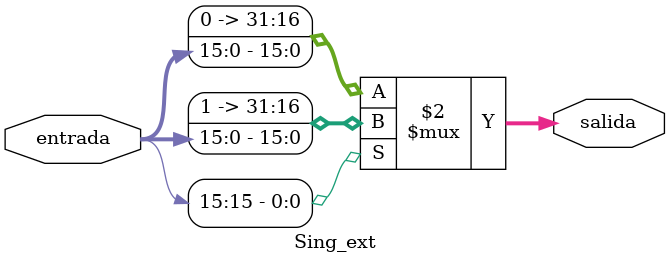
<source format=v>
module Sing_ext(
	input [15:0]entrada,
	output [31:0] salida

);
	assign salida = (entrada[15] == 1'b1 ? {16'b1111111111111111, entrada} : {16'b0, entrada});

endmodule 
</source>
